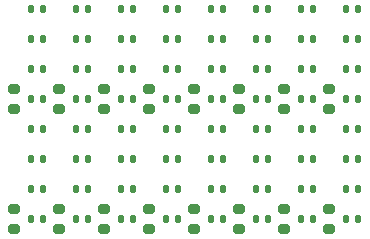
<source format=gbr>
%TF.GenerationSoftware,KiCad,Pcbnew,6.0.2+dfsg-1*%
%TF.CreationDate,2022-11-16T09:07:21-05:00*%
%TF.ProjectId,dragon-light-panel,64726167-6f6e-42d6-9c69-6768742d7061,rev?*%
%TF.SameCoordinates,Original*%
%TF.FileFunction,Paste,Top*%
%TF.FilePolarity,Positive*%
%FSLAX46Y46*%
G04 Gerber Fmt 4.6, Leading zero omitted, Abs format (unit mm)*
G04 Created by KiCad (PCBNEW 6.0.2+dfsg-1) date 2022-11-16 09:07:21*
%MOMM*%
%LPD*%
G01*
G04 APERTURE LIST*
G04 Aperture macros list*
%AMRoundRect*
0 Rectangle with rounded corners*
0 $1 Rounding radius*
0 $2 $3 $4 $5 $6 $7 $8 $9 X,Y pos of 4 corners*
0 Add a 4 corners polygon primitive as box body*
4,1,4,$2,$3,$4,$5,$6,$7,$8,$9,$2,$3,0*
0 Add four circle primitives for the rounded corners*
1,1,$1+$1,$2,$3*
1,1,$1+$1,$4,$5*
1,1,$1+$1,$6,$7*
1,1,$1+$1,$8,$9*
0 Add four rect primitives between the rounded corners*
20,1,$1+$1,$2,$3,$4,$5,0*
20,1,$1+$1,$4,$5,$6,$7,0*
20,1,$1+$1,$6,$7,$8,$9,0*
20,1,$1+$1,$8,$9,$2,$3,0*%
G04 Aperture macros list end*
%ADD10RoundRect,0.200000X0.275000X-0.200000X0.275000X0.200000X-0.275000X0.200000X-0.275000X-0.200000X0*%
%ADD11RoundRect,0.147500X-0.147500X-0.172500X0.147500X-0.172500X0.147500X0.172500X-0.147500X0.172500X0*%
G04 APERTURE END LIST*
D10*
%TO.C,R5*%
X76200000Y-66865000D03*
X76200000Y-65215000D03*
%TD*%
D11*
%TO.C,D24*%
X81430000Y-66040000D03*
X82400000Y-66040000D03*
%TD*%
D10*
%TO.C,R4*%
X72390000Y-66865000D03*
X72390000Y-65215000D03*
%TD*%
D11*
%TO.C,D44*%
X70000000Y-76200000D03*
X70970000Y-76200000D03*
%TD*%
%TO.C,D1*%
X62380000Y-58420000D03*
X63350000Y-58420000D03*
%TD*%
%TO.C,D17*%
X77620000Y-58420000D03*
X78590000Y-58420000D03*
%TD*%
%TO.C,D41*%
X70000000Y-68580000D03*
X70970000Y-68580000D03*
%TD*%
D10*
%TO.C,R11*%
X68580000Y-77025000D03*
X68580000Y-75375000D03*
%TD*%
D11*
%TO.C,D45*%
X73810000Y-68580000D03*
X74780000Y-68580000D03*
%TD*%
D10*
%TO.C,R14*%
X80010000Y-77025000D03*
X80010000Y-75375000D03*
%TD*%
D11*
%TO.C,D2*%
X62380000Y-60960000D03*
X63350000Y-60960000D03*
%TD*%
%TO.C,D7*%
X66190000Y-63500000D03*
X67160000Y-63500000D03*
%TD*%
%TO.C,D51*%
X77620000Y-73660000D03*
X78590000Y-73660000D03*
%TD*%
%TO.C,D28*%
X85240000Y-66040000D03*
X86210000Y-66040000D03*
%TD*%
D10*
%TO.C,R3*%
X68580000Y-66865000D03*
X68580000Y-65215000D03*
%TD*%
D11*
%TO.C,D33*%
X62380000Y-68580000D03*
X63350000Y-68580000D03*
%TD*%
%TO.C,D22*%
X81430000Y-60960000D03*
X82400000Y-60960000D03*
%TD*%
%TO.C,D63*%
X89050000Y-73660000D03*
X90020000Y-73660000D03*
%TD*%
%TO.C,D60*%
X85240000Y-76200000D03*
X86210000Y-76200000D03*
%TD*%
%TO.C,D52*%
X77620000Y-76200000D03*
X78590000Y-76200000D03*
%TD*%
%TO.C,D53*%
X81430000Y-68580000D03*
X82400000Y-68580000D03*
%TD*%
%TO.C,D57*%
X85240000Y-68580000D03*
X86210000Y-68580000D03*
%TD*%
%TO.C,D25*%
X85240000Y-58420000D03*
X86210000Y-58420000D03*
%TD*%
%TO.C,D9*%
X70000000Y-58420000D03*
X70970000Y-58420000D03*
%TD*%
%TO.C,D55*%
X81430000Y-73660000D03*
X82400000Y-73660000D03*
%TD*%
%TO.C,D62*%
X89050000Y-71120000D03*
X90020000Y-71120000D03*
%TD*%
%TO.C,D11*%
X70000000Y-63500000D03*
X70970000Y-63500000D03*
%TD*%
%TO.C,D42*%
X70000000Y-71120000D03*
X70970000Y-71120000D03*
%TD*%
%TO.C,D47*%
X73810000Y-73660000D03*
X74780000Y-73660000D03*
%TD*%
%TO.C,D61*%
X89050000Y-68580000D03*
X90020000Y-68580000D03*
%TD*%
%TO.C,D8*%
X66190000Y-66040000D03*
X67160000Y-66040000D03*
%TD*%
%TO.C,D37*%
X66190000Y-68580000D03*
X67160000Y-68580000D03*
%TD*%
%TO.C,D56*%
X81430000Y-76200000D03*
X82400000Y-76200000D03*
%TD*%
%TO.C,D58*%
X85240000Y-71120000D03*
X86210000Y-71120000D03*
%TD*%
%TO.C,D48*%
X73810000Y-76200000D03*
X74780000Y-76200000D03*
%TD*%
%TO.C,D31*%
X89050000Y-63500000D03*
X90020000Y-63500000D03*
%TD*%
%TO.C,D6*%
X66190000Y-60960000D03*
X67160000Y-60960000D03*
%TD*%
%TO.C,D14*%
X73810000Y-60960000D03*
X74780000Y-60960000D03*
%TD*%
%TO.C,D19*%
X77620000Y-63500000D03*
X78590000Y-63500000D03*
%TD*%
D10*
%TO.C,R15*%
X83820000Y-77025000D03*
X83820000Y-75375000D03*
%TD*%
D11*
%TO.C,D20*%
X77620000Y-66040000D03*
X78590000Y-66040000D03*
%TD*%
%TO.C,D36*%
X62380000Y-76200000D03*
X63350000Y-76200000D03*
%TD*%
%TO.C,D26*%
X85240000Y-60960000D03*
X86210000Y-60960000D03*
%TD*%
%TO.C,D18*%
X77620000Y-60960000D03*
X78590000Y-60960000D03*
%TD*%
%TO.C,D23*%
X81430000Y-63500000D03*
X82400000Y-63500000D03*
%TD*%
%TO.C,D54*%
X81430000Y-71120000D03*
X82400000Y-71120000D03*
%TD*%
%TO.C,D16*%
X73810000Y-66040000D03*
X74780000Y-66040000D03*
%TD*%
%TO.C,D29*%
X89050000Y-58420000D03*
X90020000Y-58420000D03*
%TD*%
%TO.C,D64*%
X89050000Y-76200000D03*
X90020000Y-76200000D03*
%TD*%
D10*
%TO.C,R8*%
X87630000Y-66865000D03*
X87630000Y-65215000D03*
%TD*%
D11*
%TO.C,D59*%
X85240000Y-73660000D03*
X86210000Y-73660000D03*
%TD*%
%TO.C,D27*%
X85240000Y-63500000D03*
X86210000Y-63500000D03*
%TD*%
%TO.C,D5*%
X66190000Y-58420000D03*
X67160000Y-58420000D03*
%TD*%
D10*
%TO.C,R9*%
X60960000Y-77025000D03*
X60960000Y-75375000D03*
%TD*%
D11*
%TO.C,D43*%
X70000000Y-73660000D03*
X70970000Y-73660000D03*
%TD*%
D10*
%TO.C,R7*%
X83820000Y-66865000D03*
X83820000Y-65215000D03*
%TD*%
D11*
%TO.C,D3*%
X62380000Y-63500000D03*
X63350000Y-63500000D03*
%TD*%
D10*
%TO.C,R1*%
X60960000Y-66865000D03*
X60960000Y-65215000D03*
%TD*%
%TO.C,R13*%
X76200000Y-77025000D03*
X76200000Y-75375000D03*
%TD*%
%TO.C,R16*%
X87630000Y-77025000D03*
X87630000Y-75375000D03*
%TD*%
D11*
%TO.C,D35*%
X62380000Y-73660000D03*
X63350000Y-73660000D03*
%TD*%
%TO.C,D38*%
X66190000Y-71120000D03*
X67160000Y-71120000D03*
%TD*%
%TO.C,D10*%
X70000000Y-60960000D03*
X70970000Y-60960000D03*
%TD*%
%TO.C,D34*%
X62380000Y-71120000D03*
X63350000Y-71120000D03*
%TD*%
%TO.C,D30*%
X89050000Y-60960000D03*
X90020000Y-60960000D03*
%TD*%
%TO.C,D13*%
X73810000Y-58420000D03*
X74780000Y-58420000D03*
%TD*%
%TO.C,D21*%
X81430000Y-58420000D03*
X82400000Y-58420000D03*
%TD*%
%TO.C,D46*%
X73810000Y-71120000D03*
X74780000Y-71120000D03*
%TD*%
%TO.C,D39*%
X66190000Y-73660000D03*
X67160000Y-73660000D03*
%TD*%
%TO.C,D32*%
X89050000Y-66040000D03*
X90020000Y-66040000D03*
%TD*%
D10*
%TO.C,R2*%
X64770000Y-66865000D03*
X64770000Y-65215000D03*
%TD*%
%TO.C,R6*%
X80010000Y-66865000D03*
X80010000Y-65215000D03*
%TD*%
%TO.C,R10*%
X64770000Y-77025000D03*
X64770000Y-75375000D03*
%TD*%
D11*
%TO.C,D40*%
X66190000Y-76200000D03*
X67160000Y-76200000D03*
%TD*%
%TO.C,D12*%
X70000000Y-66040000D03*
X70970000Y-66040000D03*
%TD*%
%TO.C,D49*%
X77620000Y-68580000D03*
X78590000Y-68580000D03*
%TD*%
%TO.C,D4*%
X62380000Y-66040000D03*
X63350000Y-66040000D03*
%TD*%
%TO.C,D15*%
X73810000Y-63500000D03*
X74780000Y-63500000D03*
%TD*%
%TO.C,D50*%
X77620000Y-71120000D03*
X78590000Y-71120000D03*
%TD*%
D10*
%TO.C,R12*%
X72390000Y-77025000D03*
X72390000Y-75375000D03*
%TD*%
M02*

</source>
